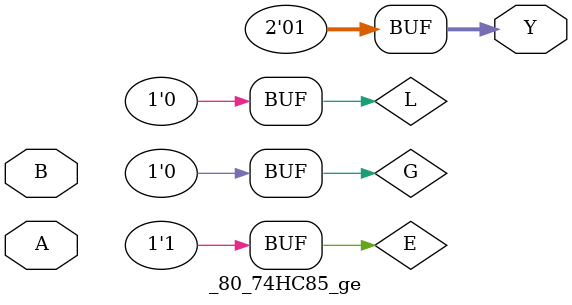
<source format=v>
(* techmap_celltype = "$lt" *)
module _80_74HC85_lt (
    A,
    B,
    Y
);

  parameter A_SIGNED = 0;
  parameter B_SIGNED = 0;
  parameter A_WIDTH = 0;
  parameter B_WIDTH = 0;
  parameter Y_WIDTH = 0;

  input [A_WIDTH-1:0] A;
  input [B_WIDTH-1:0] B;
  output [Y_WIDTH-1:0] Y;

  wire _TECHMAP_FAIL_ = A_WIDTH <= 3 && B_WIDTH <= 3;

  localparam MAX_WIDTH = (A_WIDTH > B_WIDTH) ? A_WIDTH : B_WIDTH;
  localparam WIDTH = ((MAX_WIDTH + 3) / 4) * 4;

  wire [MAX_WIDTH-1:0] A_buf, B_buf;
  \$pos #(
      .A_SIGNED(A_SIGNED),
      .A_WIDTH (A_WIDTH),
      .Y_WIDTH (MAX_WIDTH)
  ) A_conv (
      .A(A),
      .Y(A_buf)
  );
  \$pos #(
      .A_SIGNED(B_SIGNED),
      .A_WIDTH (B_WIDTH),
      .Y_WIDTH (MAX_WIDTH)
  ) B_conv (
      .A(B),
      .Y(B_buf)
  );

  wire [WIDTH-1:0] AA = A_buf;
  wire [WIDTH-1:0] BB = B_buf;
  wire [WIDTH:0] G;
  wire [WIDTH:0] E;
  wire [WIDTH:0] L;

  assign G[0] = 0;
  assign E[0] = 1;
  assign L[0] = 0;

  genvar i;
  generate
    for (i = 0; i < WIDTH; i = i + 4) begin : slice
      \74HC85_1x1CMP4 cmp_i (
          .A (AA[i+3:i]),
          .B (BB[i+3:i]),
          .Li(L[i]),
          .Ei(E[i]),
          .Gi(G[i]),
          .Lo(L[i+4]),
          .Eo(E[i+4]),
          .Go(G[i+4])
      );
    end
  endgenerate

  assign Y = L[WIDTH];

endmodule

(* techmap_celltype = "$gt" *)
module _80_74HC85_gt (
    A,
    B,
    Y
);

  parameter A_SIGNED = 0;
  parameter B_SIGNED = 0;
  parameter A_WIDTH = 0;
  parameter B_WIDTH = 0;
  parameter Y_WIDTH = 0;

  input [A_WIDTH-1:0] A;
  input [B_WIDTH-1:0] B;
  output [Y_WIDTH-1:0] Y;

  wire _TECHMAP_FAIL_ = A_WIDTH <= 3 && B_WIDTH <= 3;
  localparam MAX_WIDTH = (A_WIDTH > B_WIDTH) ? A_WIDTH : B_WIDTH;
  localparam WIDTH = ((MAX_WIDTH + 3) / 4) * 4;

  wire [MAX_WIDTH-1:0] A_buf, B_buf;
  \$pos #(
      .A_SIGNED(A_SIGNED),
      .A_WIDTH (A_WIDTH),
      .Y_WIDTH (MAX_WIDTH)
  ) A_conv (
      .A(A),
      .Y(A_buf)
  );
  \$pos #(
      .A_SIGNED(B_SIGNED),
      .A_WIDTH (B_WIDTH),
      .Y_WIDTH (MAX_WIDTH)
  ) B_conv (
      .A(B),
      .Y(B_buf)
  );

  wire [WIDTH-1:0] AA = A_buf;
  wire [WIDTH-1:0] BB = B_buf;
  wire [WIDTH:0] G;
  wire [WIDTH:0] E;
  wire [WIDTH:0] L;

  assign G[0] = 0;
  assign E[0] = 1;
  assign L[0] = 0;

  genvar i;
  generate
    for (i = 0; i < WIDTH; i = i + 4) begin : slice
      \74HC85_1x1CMP4 cmp_i (
          .A (AA[i+3:i]),
          .B (BB[i+3:i]),
          .Li(L[i]),
          .Ei(E[i]),
          .Gi(G[i]),
          .Lo(L[i+4]),
          .Eo(E[i+4]),
          .Go(G[i+4])
      );
    end
  endgenerate

  assign Y = G[WIDTH];

endmodule

(* techmap_celltype = "$le" *)
module _80_74HC85_le (
    A,
    B,
    Y
);

  parameter A_SIGNED = 0;
  parameter B_SIGNED = 0;
  parameter A_WIDTH = 0;
  parameter B_WIDTH = 0;
  parameter Y_WIDTH = 0;

  input [A_WIDTH-1:0] A;
  input [B_WIDTH-1:0] B;
  output [Y_WIDTH-1:0] Y;

  wire _TECHMAP_FAIL_ = A_WIDTH <= 3 && B_WIDTH <= 3;
  localparam MAX_WIDTH = (A_WIDTH > B_WIDTH) ? A_WIDTH : B_WIDTH;
  localparam WIDTH = ((MAX_WIDTH + 3) / 4) * 4;

  wire [MAX_WIDTH-1:0] A_buf, B_buf;
  \$pos #(
      .A_SIGNED(A_SIGNED),
      .A_WIDTH (A_WIDTH),
      .Y_WIDTH (MAX_WIDTH)
  ) A_conv (
      .A(A),
      .Y(A_buf)
  );
  \$pos #(
      .A_SIGNED(B_SIGNED),
      .A_WIDTH (B_WIDTH),
      .Y_WIDTH (MAX_WIDTH)
  ) B_conv (
      .A(B),
      .Y(B_buf)
  );

  wire [WIDTH-1:0] AA = A_buf;
  wire [WIDTH-1:0] BB = B_buf;
  wire [WIDTH:0] G;
  wire [WIDTH:0] E;
  wire [WIDTH:0] L;

  assign G[0] = 0;
  assign E[0] = 1;
  assign L[0] = 0;

  genvar i;
  generate
    for (i = 0; i < WIDTH; i = i + 4) begin : slice
      \74HC85_1x1CMP4 cmp_i (
          .A (AA[i+3:i]),
          .B (BB[i+3:i]),
          .Li(L[i]),
          .Ei(E[i]),
          .Gi(G[i]),
          .Lo(L[i+4]),
          .Eo(E[i+4]),
          .Go(G[i+4])
      );
    end
  endgenerate

  assign Y = !G[WIDTH];

endmodule

(* techmap_celltype = "$ge" *)
module _80_74HC85_ge (
    A,
    B,
    Y
);

  parameter A_SIGNED = 0;
  parameter B_SIGNED = 0;
  parameter A_WIDTH = 0;
  parameter B_WIDTH = 0;
  parameter Y_WIDTH = 0;

  input [A_WIDTH-1:0] A;
  input [B_WIDTH-1:0] B;
  output [Y_WIDTH-1:0] Y;

  wire _TECHMAP_FAIL_ = A_WIDTH <= 3 && B_WIDTH <= 3;
  localparam MAX_WIDTH = (A_WIDTH > B_WIDTH) ? A_WIDTH : B_WIDTH;
  localparam WIDTH = ((MAX_WIDTH + 3) / 4) * 4;

  wire [MAX_WIDTH-1:0] A_buf, B_buf;
  \$pos #(
      .A_SIGNED(A_SIGNED),
      .A_WIDTH (A_WIDTH),
      .Y_WIDTH (MAX_WIDTH)
  ) A_conv (
      .A(A),
      .Y(A_buf)
  );
  \$pos #(
      .A_SIGNED(B_SIGNED),
      .A_WIDTH (B_WIDTH),
      .Y_WIDTH (MAX_WIDTH)
  ) B_conv (
      .A(B),
      .Y(B_buf)
  );

  wire [WIDTH-1:0] AA = A_buf;
  wire [WIDTH-1:0] BB = B_buf;
  wire [WIDTH:0] G;
  wire [WIDTH:0] E;
  wire [WIDTH:0] L;

  assign G[0] = 0;
  assign E[0] = 1;
  assign L[0] = 0;

  genvar i;
  generate
    for (i = 0; i < WIDTH; i = i + 4) begin : slice
      \74HC85_1x1CMP4 cmp_i (
          .A (AA[i+3:i]),
          .B (BB[i+3:i]),
          .Li(L[i]),
          .Ei(E[i]),
          .Gi(G[i]),
          .Lo(L[i+4]),
          .Eo(E[i+4]),
          .Go(G[i+4])
      );
    end
  endgenerate

  assign Y = !L[WIDTH];

endmodule

</source>
